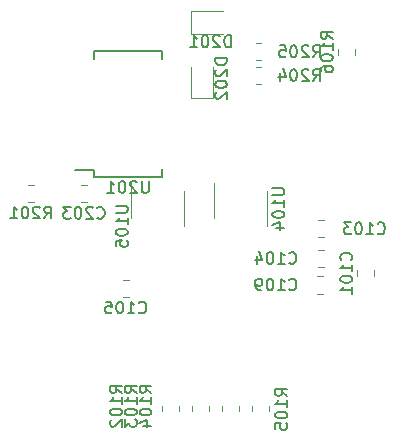
<source format=gbr>
%TF.GenerationSoftware,KiCad,Pcbnew,(5.1.9)-1*%
%TF.CreationDate,2021-03-15T18:44:28-04:00*%
%TF.ProjectId,Module Central,4d6f6475-6c65-4204-9365-6e7472616c2e,rev?*%
%TF.SameCoordinates,Original*%
%TF.FileFunction,Legend,Bot*%
%TF.FilePolarity,Positive*%
%FSLAX46Y46*%
G04 Gerber Fmt 4.6, Leading zero omitted, Abs format (unit mm)*
G04 Created by KiCad (PCBNEW (5.1.9)-1) date 2021-03-15 18:44:28*
%MOMM*%
%LPD*%
G01*
G04 APERTURE LIST*
%ADD10C,0.120000*%
%ADD11C,0.150000*%
G04 APERTURE END LIST*
D10*
%TO.C,U105*%
X113500000Y-58800000D02*
X113500000Y-55900000D01*
X118000000Y-56500000D02*
X118000000Y-59500000D01*
%TO.C,U104*%
X120500000Y-58800000D02*
X120500000Y-55900000D01*
X125000000Y-56500000D02*
X125000000Y-59500000D01*
%TO.C,R201*%
X104741422Y-57460000D02*
X105258578Y-57460000D01*
X104741422Y-56040000D02*
X105258578Y-56040000D01*
%TO.C,C101*%
X132615000Y-63238748D02*
X132615000Y-63761252D01*
X134085000Y-63238748D02*
X134085000Y-63761252D01*
%TO.C,C103*%
X129278748Y-60425000D02*
X129801252Y-60425000D01*
X129278748Y-58955000D02*
X129801252Y-58955000D01*
%TO.C,C104*%
X129278748Y-62965000D02*
X129801252Y-62965000D01*
X129278748Y-61495000D02*
X129801252Y-61495000D01*
%TO.C,C105*%
X112768748Y-64035000D02*
X113291252Y-64035000D01*
X112768748Y-65505000D02*
X113291252Y-65505000D01*
%TO.C,C109*%
X129188748Y-65235000D02*
X129711252Y-65235000D01*
X129188748Y-63765000D02*
X129711252Y-63765000D01*
%TO.C,C203*%
X109238748Y-56015000D02*
X109761252Y-56015000D01*
X109238748Y-57485000D02*
X109761252Y-57485000D01*
%TO.C,D201*%
X121250000Y-43210000D02*
X118565000Y-43210000D01*
X118565000Y-43210000D02*
X118565000Y-41290000D01*
X118565000Y-41290000D02*
X121250000Y-41290000D01*
%TO.C,D202*%
X118540000Y-48685000D02*
X118540000Y-46000000D01*
X120460000Y-48685000D02*
X118540000Y-48685000D01*
X120460000Y-46000000D02*
X120460000Y-48685000D01*
%TO.C,R102*%
X117575000Y-75157064D02*
X117575000Y-74702936D01*
X116105000Y-75157064D02*
X116105000Y-74702936D01*
%TO.C,R103*%
X118645000Y-75157064D02*
X118645000Y-74702936D01*
X120115000Y-75157064D02*
X120115000Y-74702936D01*
%TO.C,R104*%
X122655000Y-75157064D02*
X122655000Y-74702936D01*
X121185000Y-75157064D02*
X121185000Y-74702936D01*
%TO.C,R105*%
X123725000Y-75157064D02*
X123725000Y-74702936D01*
X125195000Y-75157064D02*
X125195000Y-74702936D01*
%TO.C,R204*%
X124477064Y-46015000D02*
X124022936Y-46015000D01*
X124477064Y-47485000D02*
X124022936Y-47485000D01*
%TO.C,R205*%
X124477064Y-45485000D02*
X124022936Y-45485000D01*
X124477064Y-44015000D02*
X124022936Y-44015000D01*
D11*
%TO.C,U201*%
X110375000Y-55325000D02*
X110375000Y-54750000D01*
X116125000Y-55325000D02*
X116125000Y-54675000D01*
X116125000Y-44675000D02*
X116125000Y-45325000D01*
X110375000Y-44675000D02*
X110375000Y-45325000D01*
X110375000Y-55325000D02*
X116125000Y-55325000D01*
X110375000Y-44675000D02*
X116125000Y-44675000D01*
X110375000Y-54750000D02*
X108775000Y-54750000D01*
D10*
%TO.C,R106*%
X131040000Y-44491422D02*
X131040000Y-45008578D01*
X132460000Y-44491422D02*
X132460000Y-45008578D01*
%TO.C,U105*%
D11*
X112202380Y-57785714D02*
X113011904Y-57785714D01*
X113107142Y-57833333D01*
X113154761Y-57880952D01*
X113202380Y-57976190D01*
X113202380Y-58166666D01*
X113154761Y-58261904D01*
X113107142Y-58309523D01*
X113011904Y-58357142D01*
X112202380Y-58357142D01*
X113202380Y-59357142D02*
X113202380Y-58785714D01*
X113202380Y-59071428D02*
X112202380Y-59071428D01*
X112345238Y-58976190D01*
X112440476Y-58880952D01*
X112488095Y-58785714D01*
X112202380Y-59976190D02*
X112202380Y-60071428D01*
X112250000Y-60166666D01*
X112297619Y-60214285D01*
X112392857Y-60261904D01*
X112583333Y-60309523D01*
X112821428Y-60309523D01*
X113011904Y-60261904D01*
X113107142Y-60214285D01*
X113154761Y-60166666D01*
X113202380Y-60071428D01*
X113202380Y-59976190D01*
X113154761Y-59880952D01*
X113107142Y-59833333D01*
X113011904Y-59785714D01*
X112821428Y-59738095D01*
X112583333Y-59738095D01*
X112392857Y-59785714D01*
X112297619Y-59833333D01*
X112250000Y-59880952D01*
X112202380Y-59976190D01*
X112202380Y-61214285D02*
X112202380Y-60738095D01*
X112678571Y-60690476D01*
X112630952Y-60738095D01*
X112583333Y-60833333D01*
X112583333Y-61071428D01*
X112630952Y-61166666D01*
X112678571Y-61214285D01*
X112773809Y-61261904D01*
X113011904Y-61261904D01*
X113107142Y-61214285D01*
X113154761Y-61166666D01*
X113202380Y-61071428D01*
X113202380Y-60833333D01*
X113154761Y-60738095D01*
X113107142Y-60690476D01*
%TO.C,U104*%
X125452380Y-56285714D02*
X126261904Y-56285714D01*
X126357142Y-56333333D01*
X126404761Y-56380952D01*
X126452380Y-56476190D01*
X126452380Y-56666666D01*
X126404761Y-56761904D01*
X126357142Y-56809523D01*
X126261904Y-56857142D01*
X125452380Y-56857142D01*
X126452380Y-57857142D02*
X126452380Y-57285714D01*
X126452380Y-57571428D02*
X125452380Y-57571428D01*
X125595238Y-57476190D01*
X125690476Y-57380952D01*
X125738095Y-57285714D01*
X125452380Y-58476190D02*
X125452380Y-58571428D01*
X125500000Y-58666666D01*
X125547619Y-58714285D01*
X125642857Y-58761904D01*
X125833333Y-58809523D01*
X126071428Y-58809523D01*
X126261904Y-58761904D01*
X126357142Y-58714285D01*
X126404761Y-58666666D01*
X126452380Y-58571428D01*
X126452380Y-58476190D01*
X126404761Y-58380952D01*
X126357142Y-58333333D01*
X126261904Y-58285714D01*
X126071428Y-58238095D01*
X125833333Y-58238095D01*
X125642857Y-58285714D01*
X125547619Y-58333333D01*
X125500000Y-58380952D01*
X125452380Y-58476190D01*
X125785714Y-59666666D02*
X126452380Y-59666666D01*
X125404761Y-59428571D02*
X126119047Y-59190476D01*
X126119047Y-59809523D01*
%TO.C,R201*%
X106119047Y-58852380D02*
X106452380Y-58376190D01*
X106690476Y-58852380D02*
X106690476Y-57852380D01*
X106309523Y-57852380D01*
X106214285Y-57900000D01*
X106166666Y-57947619D01*
X106119047Y-58042857D01*
X106119047Y-58185714D01*
X106166666Y-58280952D01*
X106214285Y-58328571D01*
X106309523Y-58376190D01*
X106690476Y-58376190D01*
X105738095Y-57947619D02*
X105690476Y-57900000D01*
X105595238Y-57852380D01*
X105357142Y-57852380D01*
X105261904Y-57900000D01*
X105214285Y-57947619D01*
X105166666Y-58042857D01*
X105166666Y-58138095D01*
X105214285Y-58280952D01*
X105785714Y-58852380D01*
X105166666Y-58852380D01*
X104547619Y-57852380D02*
X104452380Y-57852380D01*
X104357142Y-57900000D01*
X104309523Y-57947619D01*
X104261904Y-58042857D01*
X104214285Y-58233333D01*
X104214285Y-58471428D01*
X104261904Y-58661904D01*
X104309523Y-58757142D01*
X104357142Y-58804761D01*
X104452380Y-58852380D01*
X104547619Y-58852380D01*
X104642857Y-58804761D01*
X104690476Y-58757142D01*
X104738095Y-58661904D01*
X104785714Y-58471428D01*
X104785714Y-58233333D01*
X104738095Y-58042857D01*
X104690476Y-57947619D01*
X104642857Y-57900000D01*
X104547619Y-57852380D01*
X103261904Y-58852380D02*
X103833333Y-58852380D01*
X103547619Y-58852380D02*
X103547619Y-57852380D01*
X103642857Y-57995238D01*
X103738095Y-58090476D01*
X103833333Y-58138095D01*
%TO.C,C101*%
X132107142Y-62380952D02*
X132154761Y-62333333D01*
X132202380Y-62190476D01*
X132202380Y-62095238D01*
X132154761Y-61952380D01*
X132059523Y-61857142D01*
X131964285Y-61809523D01*
X131773809Y-61761904D01*
X131630952Y-61761904D01*
X131440476Y-61809523D01*
X131345238Y-61857142D01*
X131250000Y-61952380D01*
X131202380Y-62095238D01*
X131202380Y-62190476D01*
X131250000Y-62333333D01*
X131297619Y-62380952D01*
X132202380Y-63333333D02*
X132202380Y-62761904D01*
X132202380Y-63047619D02*
X131202380Y-63047619D01*
X131345238Y-62952380D01*
X131440476Y-62857142D01*
X131488095Y-62761904D01*
X131202380Y-63952380D02*
X131202380Y-64047619D01*
X131250000Y-64142857D01*
X131297619Y-64190476D01*
X131392857Y-64238095D01*
X131583333Y-64285714D01*
X131821428Y-64285714D01*
X132011904Y-64238095D01*
X132107142Y-64190476D01*
X132154761Y-64142857D01*
X132202380Y-64047619D01*
X132202380Y-63952380D01*
X132154761Y-63857142D01*
X132107142Y-63809523D01*
X132011904Y-63761904D01*
X131821428Y-63714285D01*
X131583333Y-63714285D01*
X131392857Y-63761904D01*
X131297619Y-63809523D01*
X131250000Y-63857142D01*
X131202380Y-63952380D01*
X132202380Y-65238095D02*
X132202380Y-64666666D01*
X132202380Y-64952380D02*
X131202380Y-64952380D01*
X131345238Y-64857142D01*
X131440476Y-64761904D01*
X131488095Y-64666666D01*
%TO.C,C103*%
X134369047Y-60107142D02*
X134416666Y-60154761D01*
X134559523Y-60202380D01*
X134654761Y-60202380D01*
X134797619Y-60154761D01*
X134892857Y-60059523D01*
X134940476Y-59964285D01*
X134988095Y-59773809D01*
X134988095Y-59630952D01*
X134940476Y-59440476D01*
X134892857Y-59345238D01*
X134797619Y-59250000D01*
X134654761Y-59202380D01*
X134559523Y-59202380D01*
X134416666Y-59250000D01*
X134369047Y-59297619D01*
X133416666Y-60202380D02*
X133988095Y-60202380D01*
X133702380Y-60202380D02*
X133702380Y-59202380D01*
X133797619Y-59345238D01*
X133892857Y-59440476D01*
X133988095Y-59488095D01*
X132797619Y-59202380D02*
X132702380Y-59202380D01*
X132607142Y-59250000D01*
X132559523Y-59297619D01*
X132511904Y-59392857D01*
X132464285Y-59583333D01*
X132464285Y-59821428D01*
X132511904Y-60011904D01*
X132559523Y-60107142D01*
X132607142Y-60154761D01*
X132702380Y-60202380D01*
X132797619Y-60202380D01*
X132892857Y-60154761D01*
X132940476Y-60107142D01*
X132988095Y-60011904D01*
X133035714Y-59821428D01*
X133035714Y-59583333D01*
X132988095Y-59392857D01*
X132940476Y-59297619D01*
X132892857Y-59250000D01*
X132797619Y-59202380D01*
X132130952Y-59202380D02*
X131511904Y-59202380D01*
X131845238Y-59583333D01*
X131702380Y-59583333D01*
X131607142Y-59630952D01*
X131559523Y-59678571D01*
X131511904Y-59773809D01*
X131511904Y-60011904D01*
X131559523Y-60107142D01*
X131607142Y-60154761D01*
X131702380Y-60202380D01*
X131988095Y-60202380D01*
X132083333Y-60154761D01*
X132130952Y-60107142D01*
%TO.C,C104*%
X126869047Y-62607142D02*
X126916666Y-62654761D01*
X127059523Y-62702380D01*
X127154761Y-62702380D01*
X127297619Y-62654761D01*
X127392857Y-62559523D01*
X127440476Y-62464285D01*
X127488095Y-62273809D01*
X127488095Y-62130952D01*
X127440476Y-61940476D01*
X127392857Y-61845238D01*
X127297619Y-61750000D01*
X127154761Y-61702380D01*
X127059523Y-61702380D01*
X126916666Y-61750000D01*
X126869047Y-61797619D01*
X125916666Y-62702380D02*
X126488095Y-62702380D01*
X126202380Y-62702380D02*
X126202380Y-61702380D01*
X126297619Y-61845238D01*
X126392857Y-61940476D01*
X126488095Y-61988095D01*
X125297619Y-61702380D02*
X125202380Y-61702380D01*
X125107142Y-61750000D01*
X125059523Y-61797619D01*
X125011904Y-61892857D01*
X124964285Y-62083333D01*
X124964285Y-62321428D01*
X125011904Y-62511904D01*
X125059523Y-62607142D01*
X125107142Y-62654761D01*
X125202380Y-62702380D01*
X125297619Y-62702380D01*
X125392857Y-62654761D01*
X125440476Y-62607142D01*
X125488095Y-62511904D01*
X125535714Y-62321428D01*
X125535714Y-62083333D01*
X125488095Y-61892857D01*
X125440476Y-61797619D01*
X125392857Y-61750000D01*
X125297619Y-61702380D01*
X124107142Y-62035714D02*
X124107142Y-62702380D01*
X124345238Y-61654761D02*
X124583333Y-62369047D01*
X123964285Y-62369047D01*
%TO.C,C105*%
X114149047Y-66807142D02*
X114196666Y-66854761D01*
X114339523Y-66902380D01*
X114434761Y-66902380D01*
X114577619Y-66854761D01*
X114672857Y-66759523D01*
X114720476Y-66664285D01*
X114768095Y-66473809D01*
X114768095Y-66330952D01*
X114720476Y-66140476D01*
X114672857Y-66045238D01*
X114577619Y-65950000D01*
X114434761Y-65902380D01*
X114339523Y-65902380D01*
X114196666Y-65950000D01*
X114149047Y-65997619D01*
X113196666Y-66902380D02*
X113768095Y-66902380D01*
X113482380Y-66902380D02*
X113482380Y-65902380D01*
X113577619Y-66045238D01*
X113672857Y-66140476D01*
X113768095Y-66188095D01*
X112577619Y-65902380D02*
X112482380Y-65902380D01*
X112387142Y-65950000D01*
X112339523Y-65997619D01*
X112291904Y-66092857D01*
X112244285Y-66283333D01*
X112244285Y-66521428D01*
X112291904Y-66711904D01*
X112339523Y-66807142D01*
X112387142Y-66854761D01*
X112482380Y-66902380D01*
X112577619Y-66902380D01*
X112672857Y-66854761D01*
X112720476Y-66807142D01*
X112768095Y-66711904D01*
X112815714Y-66521428D01*
X112815714Y-66283333D01*
X112768095Y-66092857D01*
X112720476Y-65997619D01*
X112672857Y-65950000D01*
X112577619Y-65902380D01*
X111339523Y-65902380D02*
X111815714Y-65902380D01*
X111863333Y-66378571D01*
X111815714Y-66330952D01*
X111720476Y-66283333D01*
X111482380Y-66283333D01*
X111387142Y-66330952D01*
X111339523Y-66378571D01*
X111291904Y-66473809D01*
X111291904Y-66711904D01*
X111339523Y-66807142D01*
X111387142Y-66854761D01*
X111482380Y-66902380D01*
X111720476Y-66902380D01*
X111815714Y-66854761D01*
X111863333Y-66807142D01*
%TO.C,C109*%
X126869047Y-64857142D02*
X126916666Y-64904761D01*
X127059523Y-64952380D01*
X127154761Y-64952380D01*
X127297619Y-64904761D01*
X127392857Y-64809523D01*
X127440476Y-64714285D01*
X127488095Y-64523809D01*
X127488095Y-64380952D01*
X127440476Y-64190476D01*
X127392857Y-64095238D01*
X127297619Y-64000000D01*
X127154761Y-63952380D01*
X127059523Y-63952380D01*
X126916666Y-64000000D01*
X126869047Y-64047619D01*
X125916666Y-64952380D02*
X126488095Y-64952380D01*
X126202380Y-64952380D02*
X126202380Y-63952380D01*
X126297619Y-64095238D01*
X126392857Y-64190476D01*
X126488095Y-64238095D01*
X125297619Y-63952380D02*
X125202380Y-63952380D01*
X125107142Y-64000000D01*
X125059523Y-64047619D01*
X125011904Y-64142857D01*
X124964285Y-64333333D01*
X124964285Y-64571428D01*
X125011904Y-64761904D01*
X125059523Y-64857142D01*
X125107142Y-64904761D01*
X125202380Y-64952380D01*
X125297619Y-64952380D01*
X125392857Y-64904761D01*
X125440476Y-64857142D01*
X125488095Y-64761904D01*
X125535714Y-64571428D01*
X125535714Y-64333333D01*
X125488095Y-64142857D01*
X125440476Y-64047619D01*
X125392857Y-64000000D01*
X125297619Y-63952380D01*
X124488095Y-64952380D02*
X124297619Y-64952380D01*
X124202380Y-64904761D01*
X124154761Y-64857142D01*
X124059523Y-64714285D01*
X124011904Y-64523809D01*
X124011904Y-64142857D01*
X124059523Y-64047619D01*
X124107142Y-64000000D01*
X124202380Y-63952380D01*
X124392857Y-63952380D01*
X124488095Y-64000000D01*
X124535714Y-64047619D01*
X124583333Y-64142857D01*
X124583333Y-64380952D01*
X124535714Y-64476190D01*
X124488095Y-64523809D01*
X124392857Y-64571428D01*
X124202380Y-64571428D01*
X124107142Y-64523809D01*
X124059523Y-64476190D01*
X124011904Y-64380952D01*
%TO.C,C203*%
X110619047Y-58787142D02*
X110666666Y-58834761D01*
X110809523Y-58882380D01*
X110904761Y-58882380D01*
X111047619Y-58834761D01*
X111142857Y-58739523D01*
X111190476Y-58644285D01*
X111238095Y-58453809D01*
X111238095Y-58310952D01*
X111190476Y-58120476D01*
X111142857Y-58025238D01*
X111047619Y-57930000D01*
X110904761Y-57882380D01*
X110809523Y-57882380D01*
X110666666Y-57930000D01*
X110619047Y-57977619D01*
X110238095Y-57977619D02*
X110190476Y-57930000D01*
X110095238Y-57882380D01*
X109857142Y-57882380D01*
X109761904Y-57930000D01*
X109714285Y-57977619D01*
X109666666Y-58072857D01*
X109666666Y-58168095D01*
X109714285Y-58310952D01*
X110285714Y-58882380D01*
X109666666Y-58882380D01*
X109047619Y-57882380D02*
X108952380Y-57882380D01*
X108857142Y-57930000D01*
X108809523Y-57977619D01*
X108761904Y-58072857D01*
X108714285Y-58263333D01*
X108714285Y-58501428D01*
X108761904Y-58691904D01*
X108809523Y-58787142D01*
X108857142Y-58834761D01*
X108952380Y-58882380D01*
X109047619Y-58882380D01*
X109142857Y-58834761D01*
X109190476Y-58787142D01*
X109238095Y-58691904D01*
X109285714Y-58501428D01*
X109285714Y-58263333D01*
X109238095Y-58072857D01*
X109190476Y-57977619D01*
X109142857Y-57930000D01*
X109047619Y-57882380D01*
X108380952Y-57882380D02*
X107761904Y-57882380D01*
X108095238Y-58263333D01*
X107952380Y-58263333D01*
X107857142Y-58310952D01*
X107809523Y-58358571D01*
X107761904Y-58453809D01*
X107761904Y-58691904D01*
X107809523Y-58787142D01*
X107857142Y-58834761D01*
X107952380Y-58882380D01*
X108238095Y-58882380D01*
X108333333Y-58834761D01*
X108380952Y-58787142D01*
%TO.C,D201*%
X121940476Y-44352380D02*
X121940476Y-43352380D01*
X121702380Y-43352380D01*
X121559523Y-43400000D01*
X121464285Y-43495238D01*
X121416666Y-43590476D01*
X121369047Y-43780952D01*
X121369047Y-43923809D01*
X121416666Y-44114285D01*
X121464285Y-44209523D01*
X121559523Y-44304761D01*
X121702380Y-44352380D01*
X121940476Y-44352380D01*
X120988095Y-43447619D02*
X120940476Y-43400000D01*
X120845238Y-43352380D01*
X120607142Y-43352380D01*
X120511904Y-43400000D01*
X120464285Y-43447619D01*
X120416666Y-43542857D01*
X120416666Y-43638095D01*
X120464285Y-43780952D01*
X121035714Y-44352380D01*
X120416666Y-44352380D01*
X119797619Y-43352380D02*
X119702380Y-43352380D01*
X119607142Y-43400000D01*
X119559523Y-43447619D01*
X119511904Y-43542857D01*
X119464285Y-43733333D01*
X119464285Y-43971428D01*
X119511904Y-44161904D01*
X119559523Y-44257142D01*
X119607142Y-44304761D01*
X119702380Y-44352380D01*
X119797619Y-44352380D01*
X119892857Y-44304761D01*
X119940476Y-44257142D01*
X119988095Y-44161904D01*
X120035714Y-43971428D01*
X120035714Y-43733333D01*
X119988095Y-43542857D01*
X119940476Y-43447619D01*
X119892857Y-43400000D01*
X119797619Y-43352380D01*
X118511904Y-44352380D02*
X119083333Y-44352380D01*
X118797619Y-44352380D02*
X118797619Y-43352380D01*
X118892857Y-43495238D01*
X118988095Y-43590476D01*
X119083333Y-43638095D01*
%TO.C,D202*%
X121602380Y-45309523D02*
X120602380Y-45309523D01*
X120602380Y-45547619D01*
X120650000Y-45690476D01*
X120745238Y-45785714D01*
X120840476Y-45833333D01*
X121030952Y-45880952D01*
X121173809Y-45880952D01*
X121364285Y-45833333D01*
X121459523Y-45785714D01*
X121554761Y-45690476D01*
X121602380Y-45547619D01*
X121602380Y-45309523D01*
X120697619Y-46261904D02*
X120650000Y-46309523D01*
X120602380Y-46404761D01*
X120602380Y-46642857D01*
X120650000Y-46738095D01*
X120697619Y-46785714D01*
X120792857Y-46833333D01*
X120888095Y-46833333D01*
X121030952Y-46785714D01*
X121602380Y-46214285D01*
X121602380Y-46833333D01*
X120602380Y-47452380D02*
X120602380Y-47547619D01*
X120650000Y-47642857D01*
X120697619Y-47690476D01*
X120792857Y-47738095D01*
X120983333Y-47785714D01*
X121221428Y-47785714D01*
X121411904Y-47738095D01*
X121507142Y-47690476D01*
X121554761Y-47642857D01*
X121602380Y-47547619D01*
X121602380Y-47452380D01*
X121554761Y-47357142D01*
X121507142Y-47309523D01*
X121411904Y-47261904D01*
X121221428Y-47214285D01*
X120983333Y-47214285D01*
X120792857Y-47261904D01*
X120697619Y-47309523D01*
X120650000Y-47357142D01*
X120602380Y-47452380D01*
X120697619Y-48166666D02*
X120650000Y-48214285D01*
X120602380Y-48309523D01*
X120602380Y-48547619D01*
X120650000Y-48642857D01*
X120697619Y-48690476D01*
X120792857Y-48738095D01*
X120888095Y-48738095D01*
X121030952Y-48690476D01*
X121602380Y-48119047D01*
X121602380Y-48738095D01*
%TO.C,R102*%
X112702380Y-73630952D02*
X112226190Y-73297619D01*
X112702380Y-73059523D02*
X111702380Y-73059523D01*
X111702380Y-73440476D01*
X111750000Y-73535714D01*
X111797619Y-73583333D01*
X111892857Y-73630952D01*
X112035714Y-73630952D01*
X112130952Y-73583333D01*
X112178571Y-73535714D01*
X112226190Y-73440476D01*
X112226190Y-73059523D01*
X112702380Y-74583333D02*
X112702380Y-74011904D01*
X112702380Y-74297619D02*
X111702380Y-74297619D01*
X111845238Y-74202380D01*
X111940476Y-74107142D01*
X111988095Y-74011904D01*
X111702380Y-75202380D02*
X111702380Y-75297619D01*
X111750000Y-75392857D01*
X111797619Y-75440476D01*
X111892857Y-75488095D01*
X112083333Y-75535714D01*
X112321428Y-75535714D01*
X112511904Y-75488095D01*
X112607142Y-75440476D01*
X112654761Y-75392857D01*
X112702380Y-75297619D01*
X112702380Y-75202380D01*
X112654761Y-75107142D01*
X112607142Y-75059523D01*
X112511904Y-75011904D01*
X112321428Y-74964285D01*
X112083333Y-74964285D01*
X111892857Y-75011904D01*
X111797619Y-75059523D01*
X111750000Y-75107142D01*
X111702380Y-75202380D01*
X111797619Y-75916666D02*
X111750000Y-75964285D01*
X111702380Y-76059523D01*
X111702380Y-76297619D01*
X111750000Y-76392857D01*
X111797619Y-76440476D01*
X111892857Y-76488095D01*
X111988095Y-76488095D01*
X112130952Y-76440476D01*
X112702380Y-75869047D01*
X112702380Y-76488095D01*
%TO.C,R103*%
X113952380Y-73630952D02*
X113476190Y-73297619D01*
X113952380Y-73059523D02*
X112952380Y-73059523D01*
X112952380Y-73440476D01*
X113000000Y-73535714D01*
X113047619Y-73583333D01*
X113142857Y-73630952D01*
X113285714Y-73630952D01*
X113380952Y-73583333D01*
X113428571Y-73535714D01*
X113476190Y-73440476D01*
X113476190Y-73059523D01*
X113952380Y-74583333D02*
X113952380Y-74011904D01*
X113952380Y-74297619D02*
X112952380Y-74297619D01*
X113095238Y-74202380D01*
X113190476Y-74107142D01*
X113238095Y-74011904D01*
X112952380Y-75202380D02*
X112952380Y-75297619D01*
X113000000Y-75392857D01*
X113047619Y-75440476D01*
X113142857Y-75488095D01*
X113333333Y-75535714D01*
X113571428Y-75535714D01*
X113761904Y-75488095D01*
X113857142Y-75440476D01*
X113904761Y-75392857D01*
X113952380Y-75297619D01*
X113952380Y-75202380D01*
X113904761Y-75107142D01*
X113857142Y-75059523D01*
X113761904Y-75011904D01*
X113571428Y-74964285D01*
X113333333Y-74964285D01*
X113142857Y-75011904D01*
X113047619Y-75059523D01*
X113000000Y-75107142D01*
X112952380Y-75202380D01*
X112952380Y-75869047D02*
X112952380Y-76488095D01*
X113333333Y-76154761D01*
X113333333Y-76297619D01*
X113380952Y-76392857D01*
X113428571Y-76440476D01*
X113523809Y-76488095D01*
X113761904Y-76488095D01*
X113857142Y-76440476D01*
X113904761Y-76392857D01*
X113952380Y-76297619D01*
X113952380Y-76011904D01*
X113904761Y-75916666D01*
X113857142Y-75869047D01*
%TO.C,R104*%
X115202380Y-73630952D02*
X114726190Y-73297619D01*
X115202380Y-73059523D02*
X114202380Y-73059523D01*
X114202380Y-73440476D01*
X114250000Y-73535714D01*
X114297619Y-73583333D01*
X114392857Y-73630952D01*
X114535714Y-73630952D01*
X114630952Y-73583333D01*
X114678571Y-73535714D01*
X114726190Y-73440476D01*
X114726190Y-73059523D01*
X115202380Y-74583333D02*
X115202380Y-74011904D01*
X115202380Y-74297619D02*
X114202380Y-74297619D01*
X114345238Y-74202380D01*
X114440476Y-74107142D01*
X114488095Y-74011904D01*
X114202380Y-75202380D02*
X114202380Y-75297619D01*
X114250000Y-75392857D01*
X114297619Y-75440476D01*
X114392857Y-75488095D01*
X114583333Y-75535714D01*
X114821428Y-75535714D01*
X115011904Y-75488095D01*
X115107142Y-75440476D01*
X115154761Y-75392857D01*
X115202380Y-75297619D01*
X115202380Y-75202380D01*
X115154761Y-75107142D01*
X115107142Y-75059523D01*
X115011904Y-75011904D01*
X114821428Y-74964285D01*
X114583333Y-74964285D01*
X114392857Y-75011904D01*
X114297619Y-75059523D01*
X114250000Y-75107142D01*
X114202380Y-75202380D01*
X114535714Y-76392857D02*
X115202380Y-76392857D01*
X114154761Y-76154761D02*
X114869047Y-75916666D01*
X114869047Y-76535714D01*
%TO.C,R105*%
X126702380Y-73880952D02*
X126226190Y-73547619D01*
X126702380Y-73309523D02*
X125702380Y-73309523D01*
X125702380Y-73690476D01*
X125750000Y-73785714D01*
X125797619Y-73833333D01*
X125892857Y-73880952D01*
X126035714Y-73880952D01*
X126130952Y-73833333D01*
X126178571Y-73785714D01*
X126226190Y-73690476D01*
X126226190Y-73309523D01*
X126702380Y-74833333D02*
X126702380Y-74261904D01*
X126702380Y-74547619D02*
X125702380Y-74547619D01*
X125845238Y-74452380D01*
X125940476Y-74357142D01*
X125988095Y-74261904D01*
X125702380Y-75452380D02*
X125702380Y-75547619D01*
X125750000Y-75642857D01*
X125797619Y-75690476D01*
X125892857Y-75738095D01*
X126083333Y-75785714D01*
X126321428Y-75785714D01*
X126511904Y-75738095D01*
X126607142Y-75690476D01*
X126654761Y-75642857D01*
X126702380Y-75547619D01*
X126702380Y-75452380D01*
X126654761Y-75357142D01*
X126607142Y-75309523D01*
X126511904Y-75261904D01*
X126321428Y-75214285D01*
X126083333Y-75214285D01*
X125892857Y-75261904D01*
X125797619Y-75309523D01*
X125750000Y-75357142D01*
X125702380Y-75452380D01*
X125702380Y-76690476D02*
X125702380Y-76214285D01*
X126178571Y-76166666D01*
X126130952Y-76214285D01*
X126083333Y-76309523D01*
X126083333Y-76547619D01*
X126130952Y-76642857D01*
X126178571Y-76690476D01*
X126273809Y-76738095D01*
X126511904Y-76738095D01*
X126607142Y-76690476D01*
X126654761Y-76642857D01*
X126702380Y-76547619D01*
X126702380Y-76309523D01*
X126654761Y-76214285D01*
X126607142Y-76166666D01*
%TO.C,R204*%
X128869047Y-47202380D02*
X129202380Y-46726190D01*
X129440476Y-47202380D02*
X129440476Y-46202380D01*
X129059523Y-46202380D01*
X128964285Y-46250000D01*
X128916666Y-46297619D01*
X128869047Y-46392857D01*
X128869047Y-46535714D01*
X128916666Y-46630952D01*
X128964285Y-46678571D01*
X129059523Y-46726190D01*
X129440476Y-46726190D01*
X128488095Y-46297619D02*
X128440476Y-46250000D01*
X128345238Y-46202380D01*
X128107142Y-46202380D01*
X128011904Y-46250000D01*
X127964285Y-46297619D01*
X127916666Y-46392857D01*
X127916666Y-46488095D01*
X127964285Y-46630952D01*
X128535714Y-47202380D01*
X127916666Y-47202380D01*
X127297619Y-46202380D02*
X127202380Y-46202380D01*
X127107142Y-46250000D01*
X127059523Y-46297619D01*
X127011904Y-46392857D01*
X126964285Y-46583333D01*
X126964285Y-46821428D01*
X127011904Y-47011904D01*
X127059523Y-47107142D01*
X127107142Y-47154761D01*
X127202380Y-47202380D01*
X127297619Y-47202380D01*
X127392857Y-47154761D01*
X127440476Y-47107142D01*
X127488095Y-47011904D01*
X127535714Y-46821428D01*
X127535714Y-46583333D01*
X127488095Y-46392857D01*
X127440476Y-46297619D01*
X127392857Y-46250000D01*
X127297619Y-46202380D01*
X126107142Y-46535714D02*
X126107142Y-47202380D01*
X126345238Y-46154761D02*
X126583333Y-46869047D01*
X125964285Y-46869047D01*
%TO.C,R205*%
X128869047Y-45202380D02*
X129202380Y-44726190D01*
X129440476Y-45202380D02*
X129440476Y-44202380D01*
X129059523Y-44202380D01*
X128964285Y-44250000D01*
X128916666Y-44297619D01*
X128869047Y-44392857D01*
X128869047Y-44535714D01*
X128916666Y-44630952D01*
X128964285Y-44678571D01*
X129059523Y-44726190D01*
X129440476Y-44726190D01*
X128488095Y-44297619D02*
X128440476Y-44250000D01*
X128345238Y-44202380D01*
X128107142Y-44202380D01*
X128011904Y-44250000D01*
X127964285Y-44297619D01*
X127916666Y-44392857D01*
X127916666Y-44488095D01*
X127964285Y-44630952D01*
X128535714Y-45202380D01*
X127916666Y-45202380D01*
X127297619Y-44202380D02*
X127202380Y-44202380D01*
X127107142Y-44250000D01*
X127059523Y-44297619D01*
X127011904Y-44392857D01*
X126964285Y-44583333D01*
X126964285Y-44821428D01*
X127011904Y-45011904D01*
X127059523Y-45107142D01*
X127107142Y-45154761D01*
X127202380Y-45202380D01*
X127297619Y-45202380D01*
X127392857Y-45154761D01*
X127440476Y-45107142D01*
X127488095Y-45011904D01*
X127535714Y-44821428D01*
X127535714Y-44583333D01*
X127488095Y-44392857D01*
X127440476Y-44297619D01*
X127392857Y-44250000D01*
X127297619Y-44202380D01*
X126059523Y-44202380D02*
X126535714Y-44202380D01*
X126583333Y-44678571D01*
X126535714Y-44630952D01*
X126440476Y-44583333D01*
X126202380Y-44583333D01*
X126107142Y-44630952D01*
X126059523Y-44678571D01*
X126011904Y-44773809D01*
X126011904Y-45011904D01*
X126059523Y-45107142D01*
X126107142Y-45154761D01*
X126202380Y-45202380D01*
X126440476Y-45202380D01*
X126535714Y-45154761D01*
X126583333Y-45107142D01*
%TO.C,U201*%
X114964285Y-55702380D02*
X114964285Y-56511904D01*
X114916666Y-56607142D01*
X114869047Y-56654761D01*
X114773809Y-56702380D01*
X114583333Y-56702380D01*
X114488095Y-56654761D01*
X114440476Y-56607142D01*
X114392857Y-56511904D01*
X114392857Y-55702380D01*
X113964285Y-55797619D02*
X113916666Y-55750000D01*
X113821428Y-55702380D01*
X113583333Y-55702380D01*
X113488095Y-55750000D01*
X113440476Y-55797619D01*
X113392857Y-55892857D01*
X113392857Y-55988095D01*
X113440476Y-56130952D01*
X114011904Y-56702380D01*
X113392857Y-56702380D01*
X112773809Y-55702380D02*
X112678571Y-55702380D01*
X112583333Y-55750000D01*
X112535714Y-55797619D01*
X112488095Y-55892857D01*
X112440476Y-56083333D01*
X112440476Y-56321428D01*
X112488095Y-56511904D01*
X112535714Y-56607142D01*
X112583333Y-56654761D01*
X112678571Y-56702380D01*
X112773809Y-56702380D01*
X112869047Y-56654761D01*
X112916666Y-56607142D01*
X112964285Y-56511904D01*
X113011904Y-56321428D01*
X113011904Y-56083333D01*
X112964285Y-55892857D01*
X112916666Y-55797619D01*
X112869047Y-55750000D01*
X112773809Y-55702380D01*
X111488095Y-56702380D02*
X112059523Y-56702380D01*
X111773809Y-56702380D02*
X111773809Y-55702380D01*
X111869047Y-55845238D01*
X111964285Y-55940476D01*
X112059523Y-55988095D01*
%TO.C,R106*%
X130552380Y-43630952D02*
X130076190Y-43297619D01*
X130552380Y-43059523D02*
X129552380Y-43059523D01*
X129552380Y-43440476D01*
X129600000Y-43535714D01*
X129647619Y-43583333D01*
X129742857Y-43630952D01*
X129885714Y-43630952D01*
X129980952Y-43583333D01*
X130028571Y-43535714D01*
X130076190Y-43440476D01*
X130076190Y-43059523D01*
X130552380Y-44583333D02*
X130552380Y-44011904D01*
X130552380Y-44297619D02*
X129552380Y-44297619D01*
X129695238Y-44202380D01*
X129790476Y-44107142D01*
X129838095Y-44011904D01*
X129552380Y-45202380D02*
X129552380Y-45297619D01*
X129600000Y-45392857D01*
X129647619Y-45440476D01*
X129742857Y-45488095D01*
X129933333Y-45535714D01*
X130171428Y-45535714D01*
X130361904Y-45488095D01*
X130457142Y-45440476D01*
X130504761Y-45392857D01*
X130552380Y-45297619D01*
X130552380Y-45202380D01*
X130504761Y-45107142D01*
X130457142Y-45059523D01*
X130361904Y-45011904D01*
X130171428Y-44964285D01*
X129933333Y-44964285D01*
X129742857Y-45011904D01*
X129647619Y-45059523D01*
X129600000Y-45107142D01*
X129552380Y-45202380D01*
X129552380Y-46392857D02*
X129552380Y-46202380D01*
X129600000Y-46107142D01*
X129647619Y-46059523D01*
X129790476Y-45964285D01*
X129980952Y-45916666D01*
X130361904Y-45916666D01*
X130457142Y-45964285D01*
X130504761Y-46011904D01*
X130552380Y-46107142D01*
X130552380Y-46297619D01*
X130504761Y-46392857D01*
X130457142Y-46440476D01*
X130361904Y-46488095D01*
X130123809Y-46488095D01*
X130028571Y-46440476D01*
X129980952Y-46392857D01*
X129933333Y-46297619D01*
X129933333Y-46107142D01*
X129980952Y-46011904D01*
X130028571Y-45964285D01*
X130123809Y-45916666D01*
%TD*%
M02*

</source>
